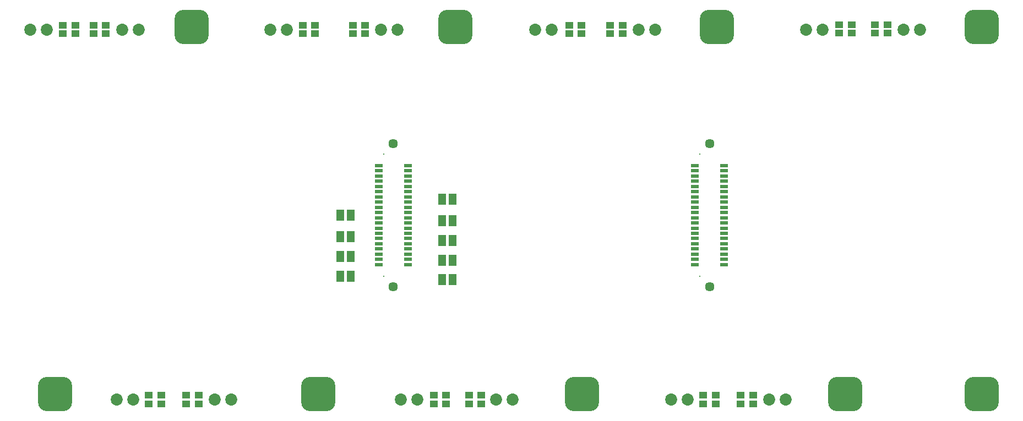
<source format=gts>
%FSLAX23Y23*%
%MOIN*%
%SFA1B1*%

%IPPOS*%
%AMD21*
4,1,8,0.049200,0.103400,-0.049200,0.103400,-0.103400,0.049200,-0.103400,-0.049200,-0.049200,-0.103400,0.049200,-0.103400,0.103400,-0.049200,0.103400,0.049200,0.049200,0.103400,0.0*
1,1,0.108420,0.049200,0.049200*
1,1,0.108420,-0.049200,0.049200*
1,1,0.108420,-0.049200,-0.049200*
1,1,0.108420,0.049200,-0.049200*
%
%ADD18R,0.049370X0.067090*%
%ADD19R,0.047240X0.023620*%
%ADD20R,0.047400X0.043470*%
G04~CAMADD=21~8~0.0~0.0~2068.5~2068.5~542.1~0.0~15~0.0~0.0~0.0~0.0~0~0.0~0.0~0.0~0.0~0~0.0~0.0~0.0~0.0~2068.5~2068.5*
%ADD21D21*%
%ADD22C,0.057090*%
%ADD23C,0.010000*%
%ADD24C,0.072990*%
%LNbms_sub-1*%
%LPD*%
G54D18*
X2024Y1277D03*
X2089D03*
X2024Y1147D03*
X2089D03*
X2024Y1028D03*
X2089D03*
X2024Y909D03*
X2089D03*
X2706Y1375D03*
X2641D03*
X2706Y1245D03*
X2641D03*
X2706Y1125D03*
X2641D03*
X2706Y1006D03*
X2641D03*
X2706Y887D03*
X2641D03*
G54D19*
X4171Y1578D03*
X4349D03*
X4171Y1547D03*
X4349D03*
X4171Y1515D03*
X4349D03*
X4171Y1484D03*
X4349D03*
X4171Y1452D03*
X4349D03*
X4171Y1421D03*
X4349D03*
X4171Y1389D03*
X4349D03*
X4171Y1358D03*
X4349D03*
X4171Y1326D03*
X4349D03*
X4171Y1295D03*
X4349D03*
X4171Y1263D03*
X4349D03*
X4171Y1232D03*
X4349D03*
X4171Y1200D03*
X4349D03*
X4171Y1169D03*
X4349D03*
X4171Y1137D03*
X4349D03*
X4171Y1106D03*
X4349D03*
X4171Y1074D03*
X4349D03*
X4171Y1043D03*
X4349D03*
X4171Y1011D03*
X4349D03*
X4171Y980D03*
X4349D03*
X2257Y1578D03*
X2435D03*
X2257Y1547D03*
X2435D03*
X2257Y1515D03*
X2435D03*
X2257Y1484D03*
X2435D03*
X2257Y1452D03*
X2435D03*
X2257Y1421D03*
X2435D03*
X2257Y1389D03*
X2435D03*
X2257Y1358D03*
X2435D03*
X2257Y1326D03*
X2435D03*
X2257Y1295D03*
X2435D03*
X2257Y1263D03*
X2435D03*
X2257Y1232D03*
X2435D03*
X2257Y1200D03*
X2435D03*
X2257Y1169D03*
X2435D03*
X2257Y1137D03*
X2435D03*
X2257Y1106D03*
X2435D03*
X2257Y1074D03*
X2435D03*
X2257Y1043D03*
X2435D03*
X2257Y1011D03*
X2435D03*
X2257Y980D03*
X2435D03*
G54D20*
X2804Y136D03*
Y187D03*
X4449Y136D03*
Y187D03*
X2666Y136D03*
Y187D03*
X422Y2429D03*
Y2377D03*
X5121Y2433D03*
Y2381D03*
X1093Y136D03*
Y187D03*
X530Y2429D03*
Y2377D03*
X2100Y2429D03*
Y2377D03*
X5261Y2433D03*
Y2381D03*
X4298Y136D03*
Y187D03*
X3659Y2429D03*
Y2377D03*
X3486Y2429D03*
Y2377D03*
X1873Y2429D03*
Y2377D03*
X941Y136D03*
Y187D03*
X2879Y136D03*
Y187D03*
X4525Y136D03*
Y187D03*
X2590Y136D03*
Y187D03*
X346Y2429D03*
Y2377D03*
X5045Y2433D03*
Y2381D03*
X1169Y136D03*
Y187D03*
X606Y2429D03*
Y2377D03*
X2176Y2429D03*
Y2377D03*
X5337Y2433D03*
Y2381D03*
X4222Y136D03*
Y187D03*
X3735Y2429D03*
Y2377D03*
X3410Y2429D03*
Y2377D03*
X1797Y2429D03*
Y2377D03*
X866Y136D03*
Y187D03*
G54D21*
X5909Y196D03*
Y2417D03*
X5082Y196D03*
X4305Y2417D03*
X3487Y196D03*
X2720Y2417D03*
X1893Y196D03*
X1125Y2417D03*
X299Y196D03*
G54D22*
X4260Y846D03*
Y1712D03*
X2346Y846D03*
Y1712D03*
G54D23*
X4201Y909D03*
Y1649D03*
X2287Y909D03*
Y1649D03*
G54D24*
X2969Y162D03*
X3069D03*
X4620D03*
X4720D03*
X2490D03*
X2390D03*
X249Y2403D03*
X149D03*
X4945D03*
X4845D03*
X1266Y162D03*
X1366D03*
X704Y2403D03*
X804D03*
X2271D03*
X2371D03*
X5436D03*
X5536D03*
X4127Y162D03*
X4027D03*
X3832Y2403D03*
X3932D03*
X3304D03*
X3204D03*
X1702D03*
X1602D03*
X771Y162D03*
X671D03*
M02*
</source>
